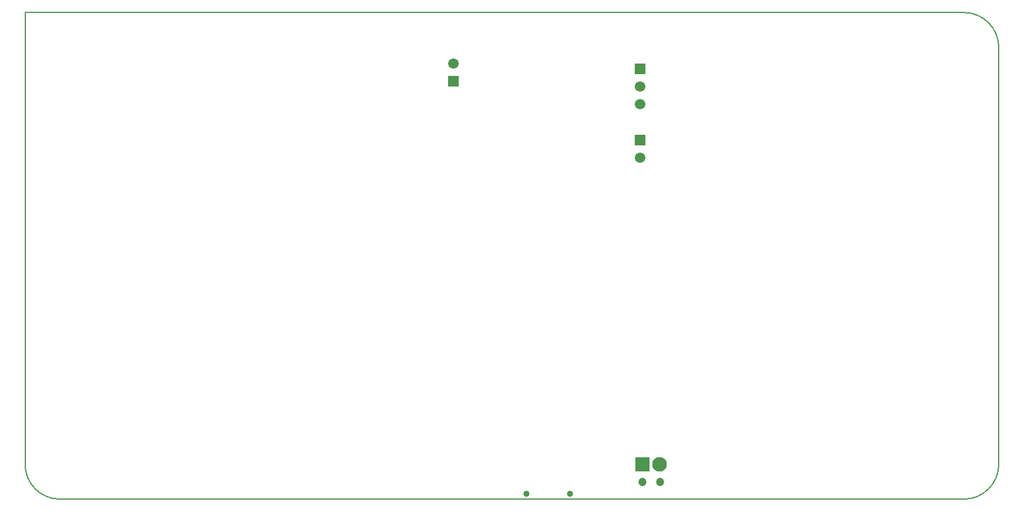
<source format=gbs>
%TF.GenerationSoftware,KiCad,Pcbnew,(5.1.6-0-10_14)*%
%TF.CreationDate,2021-04-08T13:55:21+02:00*%
%TF.ProjectId,gp-controlboard,67702d63-6f6e-4747-926f-6c626f617264,rev?*%
%TF.SameCoordinates,Original*%
%TF.FileFunction,Soldermask,Bot*%
%TF.FilePolarity,Negative*%
%FSLAX46Y46*%
G04 Gerber Fmt 4.6, Leading zero omitted, Abs format (unit mm)*
G04 Created by KiCad (PCBNEW (5.1.6-0-10_14)) date 2021-04-08 13:55:21*
%MOMM*%
%LPD*%
G01*
G04 APERTURE LIST*
%TA.AperFunction,Profile*%
%ADD10C,0.200000*%
%TD*%
%ADD11R,2.100000X2.100000*%
%ADD12C,2.100000*%
%ADD13C,1.200000*%
%ADD14C,1.500000*%
%ADD15R,1.500000X1.500000*%
%ADD16C,0.900000*%
G04 APERTURE END LIST*
D10*
X105000000Y-140000000D02*
G75*
G02*
X100000000Y-135000000I0J5000000D01*
G01*
X240000000Y-135000000D02*
G75*
G02*
X235000000Y-140000000I-5000000J0D01*
G01*
X235000000Y-70000000D02*
G75*
G02*
X240000000Y-75000000I0J-5000000D01*
G01*
X100000000Y-135000000D02*
X100000000Y-70000000D01*
X235000000Y-140000000D02*
X105000000Y-140000000D01*
X240000000Y-75000000D02*
X240000000Y-135000000D01*
X100000000Y-70000000D02*
X235000000Y-70000000D01*
D11*
%TO.C,P101*%
X188750000Y-135000000D03*
D12*
X191250000Y-135000000D03*
D13*
X188730000Y-137540000D03*
X191270000Y-137540000D03*
%TD*%
D14*
%TO.C,P102*%
X161600000Y-77330000D03*
D15*
X161600000Y-79870000D03*
%TD*%
D14*
%TO.C,P105*%
X188400000Y-80600000D03*
D15*
X188400000Y-78060000D03*
D14*
X188400000Y-83140000D03*
%TD*%
D15*
%TO.C,P106*%
X188400000Y-88330000D03*
D14*
X188400000Y-90870000D03*
%TD*%
D16*
%TO.C,SW112*%
X172125000Y-139250000D03*
X178375000Y-139250000D03*
%TD*%
M02*

</source>
